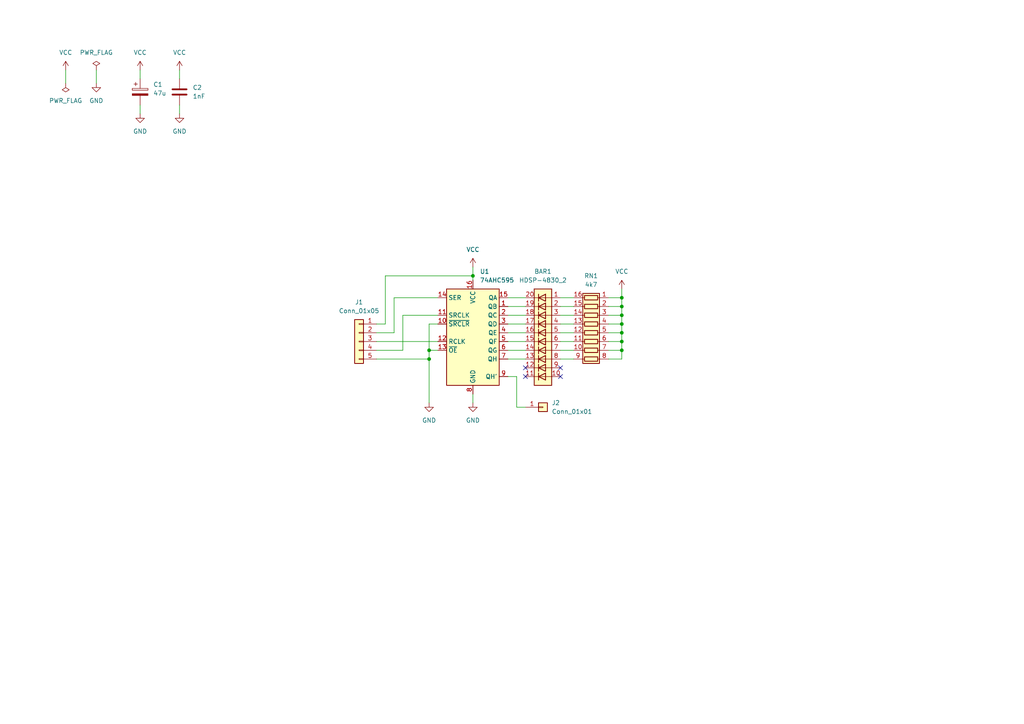
<source format=kicad_sch>
(kicad_sch (version 20211123) (generator eeschema)

  (uuid e63e39d7-6ac0-4ffd-8aa3-1841a4541b55)

  (paper "A4")

  (lib_symbols
    (symbol "74xx:74AHC595" (in_bom yes) (on_board yes)
      (property "Reference" "U" (id 0) (at -7.62 13.97 0)
        (effects (font (size 1.27 1.27)))
      )
      (property "Value" "74AHC595" (id 1) (at -7.62 -16.51 0)
        (effects (font (size 1.27 1.27)))
      )
      (property "Footprint" "" (id 2) (at 0 0 0)
        (effects (font (size 1.27 1.27)) hide)
      )
      (property "Datasheet" "https://assets.nexperia.com/documents/data-sheet/74AHC_AHCT595.pdf" (id 3) (at 0 0 0)
        (effects (font (size 1.27 1.27)) hide)
      )
      (property "ki_keywords" "AHCMOS SR 3State" (id 4) (at 0 0 0)
        (effects (font (size 1.27 1.27)) hide)
      )
      (property "ki_description" "8-bit serial in/out Shift Register 3-State Outputs" (id 5) (at 0 0 0)
        (effects (font (size 1.27 1.27)) hide)
      )
      (property "ki_fp_filters" "DIP*W7.62mm* SOIC*3.9x9.9mm*P1.27mm* TSSOP*4.4x5mm*P0.65mm* SOIC*5.3x10.2mm*P1.27mm* SOIC*7.5x10.3mm*P1.27mm*" (id 6) (at 0 0 0)
        (effects (font (size 1.27 1.27)) hide)
      )
      (symbol "74AHC595_1_0"
        (pin tri_state line (at 10.16 7.62 180) (length 2.54)
          (name "QB" (effects (font (size 1.27 1.27))))
          (number "1" (effects (font (size 1.27 1.27))))
        )
        (pin input line (at -10.16 2.54 0) (length 2.54)
          (name "~{SRCLR}" (effects (font (size 1.27 1.27))))
          (number "10" (effects (font (size 1.27 1.27))))
        )
        (pin input line (at -10.16 5.08 0) (length 2.54)
          (name "SRCLK" (effects (font (size 1.27 1.27))))
          (number "11" (effects (font (size 1.27 1.27))))
        )
        (pin input line (at -10.16 -2.54 0) (length 2.54)
          (name "RCLK" (effects (font (size 1.27 1.27))))
          (number "12" (effects (font (size 1.27 1.27))))
        )
        (pin input line (at -10.16 -5.08 0) (length 2.54)
          (name "~{OE}" (effects (font (size 1.27 1.27))))
          (number "13" (effects (font (size 1.27 1.27))))
        )
        (pin input line (at -10.16 10.16 0) (length 2.54)
          (name "SER" (effects (font (size 1.27 1.27))))
          (number "14" (effects (font (size 1.27 1.27))))
        )
        (pin tri_state line (at 10.16 10.16 180) (length 2.54)
          (name "QA" (effects (font (size 1.27 1.27))))
          (number "15" (effects (font (size 1.27 1.27))))
        )
        (pin power_in line (at 0 15.24 270) (length 2.54)
          (name "VCC" (effects (font (size 1.27 1.27))))
          (number "16" (effects (font (size 1.27 1.27))))
        )
        (pin tri_state line (at 10.16 5.08 180) (length 2.54)
          (name "QC" (effects (font (size 1.27 1.27))))
          (number "2" (effects (font (size 1.27 1.27))))
        )
        (pin tri_state line (at 10.16 2.54 180) (length 2.54)
          (name "QD" (effects (font (size 1.27 1.27))))
          (number "3" (effects (font (size 1.27 1.27))))
        )
        (pin tri_state line (at 10.16 0 180) (length 2.54)
          (name "QE" (effects (font (size 1.27 1.27))))
          (number "4" (effects (font (size 1.27 1.27))))
        )
        (pin tri_state line (at 10.16 -2.54 180) (length 2.54)
          (name "QF" (effects (font (size 1.27 1.27))))
          (number "5" (effects (font (size 1.27 1.27))))
        )
        (pin tri_state line (at 10.16 -5.08 180) (length 2.54)
          (name "QG" (effects (font (size 1.27 1.27))))
          (number "6" (effects (font (size 1.27 1.27))))
        )
        (pin tri_state line (at 10.16 -7.62 180) (length 2.54)
          (name "QH" (effects (font (size 1.27 1.27))))
          (number "7" (effects (font (size 1.27 1.27))))
        )
        (pin power_in line (at 0 -17.78 90) (length 2.54)
          (name "GND" (effects (font (size 1.27 1.27))))
          (number "8" (effects (font (size 1.27 1.27))))
        )
        (pin output line (at 10.16 -12.7 180) (length 2.54)
          (name "QH'" (effects (font (size 1.27 1.27))))
          (number "9" (effects (font (size 1.27 1.27))))
        )
      )
      (symbol "74AHC595_1_1"
        (rectangle (start -7.62 12.7) (end 7.62 -15.24)
          (stroke (width 0.254) (type default) (color 0 0 0 0))
          (fill (type background))
        )
      )
    )
    (symbol "Connector_Generic:Conn_01x01" (pin_names (offset 1.016) hide) (in_bom yes) (on_board yes)
      (property "Reference" "J" (id 0) (at 0 2.54 0)
        (effects (font (size 1.27 1.27)))
      )
      (property "Value" "Conn_01x01" (id 1) (at 0 -2.54 0)
        (effects (font (size 1.27 1.27)))
      )
      (property "Footprint" "" (id 2) (at 0 0 0)
        (effects (font (size 1.27 1.27)) hide)
      )
      (property "Datasheet" "~" (id 3) (at 0 0 0)
        (effects (font (size 1.27 1.27)) hide)
      )
      (property "ki_keywords" "connector" (id 4) (at 0 0 0)
        (effects (font (size 1.27 1.27)) hide)
      )
      (property "ki_description" "Generic connector, single row, 01x01, script generated (kicad-library-utils/schlib/autogen/connector/)" (id 5) (at 0 0 0)
        (effects (font (size 1.27 1.27)) hide)
      )
      (property "ki_fp_filters" "Connector*:*_1x??_*" (id 6) (at 0 0 0)
        (effects (font (size 1.27 1.27)) hide)
      )
      (symbol "Conn_01x01_1_1"
        (rectangle (start -1.27 0.127) (end 0 -0.127)
          (stroke (width 0.1524) (type default) (color 0 0 0 0))
          (fill (type none))
        )
        (rectangle (start -1.27 1.27) (end 1.27 -1.27)
          (stroke (width 0.254) (type default) (color 0 0 0 0))
          (fill (type background))
        )
        (pin passive line (at -5.08 0 0) (length 3.81)
          (name "Pin_1" (effects (font (size 1.27 1.27))))
          (number "1" (effects (font (size 1.27 1.27))))
        )
      )
    )
    (symbol "Connector_Generic:Conn_01x05" (pin_names (offset 1.016) hide) (in_bom yes) (on_board yes)
      (property "Reference" "J" (id 0) (at 0 7.62 0)
        (effects (font (size 1.27 1.27)))
      )
      (property "Value" "Conn_01x05" (id 1) (at 0 -7.62 0)
        (effects (font (size 1.27 1.27)))
      )
      (property "Footprint" "" (id 2) (at 0 0 0)
        (effects (font (size 1.27 1.27)) hide)
      )
      (property "Datasheet" "~" (id 3) (at 0 0 0)
        (effects (font (size 1.27 1.27)) hide)
      )
      (property "ki_keywords" "connector" (id 4) (at 0 0 0)
        (effects (font (size 1.27 1.27)) hide)
      )
      (property "ki_description" "Generic connector, single row, 01x05, script generated (kicad-library-utils/schlib/autogen/connector/)" (id 5) (at 0 0 0)
        (effects (font (size 1.27 1.27)) hide)
      )
      (property "ki_fp_filters" "Connector*:*_1x??_*" (id 6) (at 0 0 0)
        (effects (font (size 1.27 1.27)) hide)
      )
      (symbol "Conn_01x05_1_1"
        (rectangle (start -1.27 -4.953) (end 0 -5.207)
          (stroke (width 0.1524) (type default) (color 0 0 0 0))
          (fill (type none))
        )
        (rectangle (start -1.27 -2.413) (end 0 -2.667)
          (stroke (width 0.1524) (type default) (color 0 0 0 0))
          (fill (type none))
        )
        (rectangle (start -1.27 0.127) (end 0 -0.127)
          (stroke (width 0.1524) (type default) (color 0 0 0 0))
          (fill (type none))
        )
        (rectangle (start -1.27 2.667) (end 0 2.413)
          (stroke (width 0.1524) (type default) (color 0 0 0 0))
          (fill (type none))
        )
        (rectangle (start -1.27 5.207) (end 0 4.953)
          (stroke (width 0.1524) (type default) (color 0 0 0 0))
          (fill (type none))
        )
        (rectangle (start -1.27 6.35) (end 1.27 -6.35)
          (stroke (width 0.254) (type default) (color 0 0 0 0))
          (fill (type background))
        )
        (pin passive line (at -5.08 5.08 0) (length 3.81)
          (name "Pin_1" (effects (font (size 1.27 1.27))))
          (number "1" (effects (font (size 1.27 1.27))))
        )
        (pin passive line (at -5.08 2.54 0) (length 3.81)
          (name "Pin_2" (effects (font (size 1.27 1.27))))
          (number "2" (effects (font (size 1.27 1.27))))
        )
        (pin passive line (at -5.08 0 0) (length 3.81)
          (name "Pin_3" (effects (font (size 1.27 1.27))))
          (number "3" (effects (font (size 1.27 1.27))))
        )
        (pin passive line (at -5.08 -2.54 0) (length 3.81)
          (name "Pin_4" (effects (font (size 1.27 1.27))))
          (number "4" (effects (font (size 1.27 1.27))))
        )
        (pin passive line (at -5.08 -5.08 0) (length 3.81)
          (name "Pin_5" (effects (font (size 1.27 1.27))))
          (number "5" (effects (font (size 1.27 1.27))))
        )
      )
    )
    (symbol "Device:C" (pin_numbers hide) (pin_names (offset 0.254)) (in_bom yes) (on_board yes)
      (property "Reference" "C" (id 0) (at 0.635 2.54 0)
        (effects (font (size 1.27 1.27)) (justify left))
      )
      (property "Value" "C" (id 1) (at 0.635 -2.54 0)
        (effects (font (size 1.27 1.27)) (justify left))
      )
      (property "Footprint" "" (id 2) (at 0.9652 -3.81 0)
        (effects (font (size 1.27 1.27)) hide)
      )
      (property "Datasheet" "~" (id 3) (at 0 0 0)
        (effects (font (size 1.27 1.27)) hide)
      )
      (property "ki_keywords" "cap capacitor" (id 4) (at 0 0 0)
        (effects (font (size 1.27 1.27)) hide)
      )
      (property "ki_description" "Unpolarized capacitor" (id 5) (at 0 0 0)
        (effects (font (size 1.27 1.27)) hide)
      )
      (property "ki_fp_filters" "C_*" (id 6) (at 0 0 0)
        (effects (font (size 1.27 1.27)) hide)
      )
      (symbol "C_0_1"
        (polyline
          (pts
            (xy -2.032 -0.762)
            (xy 2.032 -0.762)
          )
          (stroke (width 0.508) (type default) (color 0 0 0 0))
          (fill (type none))
        )
        (polyline
          (pts
            (xy -2.032 0.762)
            (xy 2.032 0.762)
          )
          (stroke (width 0.508) (type default) (color 0 0 0 0))
          (fill (type none))
        )
      )
      (symbol "C_1_1"
        (pin passive line (at 0 3.81 270) (length 2.794)
          (name "~" (effects (font (size 1.27 1.27))))
          (number "1" (effects (font (size 1.27 1.27))))
        )
        (pin passive line (at 0 -3.81 90) (length 2.794)
          (name "~" (effects (font (size 1.27 1.27))))
          (number "2" (effects (font (size 1.27 1.27))))
        )
      )
    )
    (symbol "Device:C_Polarized" (pin_numbers hide) (pin_names (offset 0.254)) (in_bom yes) (on_board yes)
      (property "Reference" "C" (id 0) (at 0.635 2.54 0)
        (effects (font (size 1.27 1.27)) (justify left))
      )
      (property "Value" "C_Polarized" (id 1) (at 0.635 -2.54 0)
        (effects (font (size 1.27 1.27)) (justify left))
      )
      (property "Footprint" "" (id 2) (at 0.9652 -3.81 0)
        (effects (font (size 1.27 1.27)) hide)
      )
      (property "Datasheet" "~" (id 3) (at 0 0 0)
        (effects (font (size 1.27 1.27)) hide)
      )
      (property "ki_keywords" "cap capacitor" (id 4) (at 0 0 0)
        (effects (font (size 1.27 1.27)) hide)
      )
      (property "ki_description" "Polarized capacitor" (id 5) (at 0 0 0)
        (effects (font (size 1.27 1.27)) hide)
      )
      (property "ki_fp_filters" "CP_*" (id 6) (at 0 0 0)
        (effects (font (size 1.27 1.27)) hide)
      )
      (symbol "C_Polarized_0_1"
        (rectangle (start -2.286 0.508) (end 2.286 1.016)
          (stroke (width 0) (type default) (color 0 0 0 0))
          (fill (type none))
        )
        (polyline
          (pts
            (xy -1.778 2.286)
            (xy -0.762 2.286)
          )
          (stroke (width 0) (type default) (color 0 0 0 0))
          (fill (type none))
        )
        (polyline
          (pts
            (xy -1.27 2.794)
            (xy -1.27 1.778)
          )
          (stroke (width 0) (type default) (color 0 0 0 0))
          (fill (type none))
        )
        (rectangle (start 2.286 -0.508) (end -2.286 -1.016)
          (stroke (width 0) (type default) (color 0 0 0 0))
          (fill (type outline))
        )
      )
      (symbol "C_Polarized_1_1"
        (pin passive line (at 0 3.81 270) (length 2.794)
          (name "~" (effects (font (size 1.27 1.27))))
          (number "1" (effects (font (size 1.27 1.27))))
        )
        (pin passive line (at 0 -3.81 90) (length 2.794)
          (name "~" (effects (font (size 1.27 1.27))))
          (number "2" (effects (font (size 1.27 1.27))))
        )
      )
    )
    (symbol "Device:R_Pack08" (pin_names (offset 0) hide) (in_bom yes) (on_board yes)
      (property "Reference" "RN" (id 0) (at -12.7 0 90)
        (effects (font (size 1.27 1.27)))
      )
      (property "Value" "R_Pack08" (id 1) (at 10.16 0 90)
        (effects (font (size 1.27 1.27)))
      )
      (property "Footprint" "" (id 2) (at 12.065 0 90)
        (effects (font (size 1.27 1.27)) hide)
      )
      (property "Datasheet" "~" (id 3) (at 0 0 0)
        (effects (font (size 1.27 1.27)) hide)
      )
      (property "ki_keywords" "R network parallel topology isolated" (id 4) (at 0 0 0)
        (effects (font (size 1.27 1.27)) hide)
      )
      (property "ki_description" "8 resistor network, parallel topology" (id 5) (at 0 0 0)
        (effects (font (size 1.27 1.27)) hide)
      )
      (property "ki_fp_filters" "DIP* SOIC* R*Array*Concave* R*Array*Convex*" (id 6) (at 0 0 0)
        (effects (font (size 1.27 1.27)) hide)
      )
      (symbol "R_Pack08_0_1"
        (rectangle (start -11.43 -2.413) (end 8.89 2.413)
          (stroke (width 0.254) (type default) (color 0 0 0 0))
          (fill (type background))
        )
        (rectangle (start -10.795 1.905) (end -9.525 -1.905)
          (stroke (width 0.254) (type default) (color 0 0 0 0))
          (fill (type none))
        )
        (rectangle (start -8.255 1.905) (end -6.985 -1.905)
          (stroke (width 0.254) (type default) (color 0 0 0 0))
          (fill (type none))
        )
        (rectangle (start -5.715 1.905) (end -4.445 -1.905)
          (stroke (width 0.254) (type default) (color 0 0 0 0))
          (fill (type none))
        )
        (rectangle (start -3.175 1.905) (end -1.905 -1.905)
          (stroke (width 0.254) (type default) (color 0 0 0 0))
          (fill (type none))
        )
        (rectangle (start -0.635 1.905) (end 0.635 -1.905)
          (stroke (width 0.254) (type default) (color 0 0 0 0))
          (fill (type none))
        )
        (polyline
          (pts
            (xy -10.16 -2.54)
            (xy -10.16 -1.905)
          )
          (stroke (width 0) (type default) (color 0 0 0 0))
          (fill (type none))
        )
        (polyline
          (pts
            (xy -10.16 1.905)
            (xy -10.16 2.54)
          )
          (stroke (width 0) (type default) (color 0 0 0 0))
          (fill (type none))
        )
        (polyline
          (pts
            (xy -7.62 -2.54)
            (xy -7.62 -1.905)
          )
          (stroke (width 0) (type default) (color 0 0 0 0))
          (fill (type none))
        )
        (polyline
          (pts
            (xy -7.62 1.905)
            (xy -7.62 2.54)
          )
          (stroke (width 0) (type default) (color 0 0 0 0))
          (fill (type none))
        )
        (polyline
          (pts
            (xy -5.08 -2.54)
            (xy -5.08 -1.905)
          )
          (stroke (width 0) (type default) (color 0 0 0 0))
          (fill (type none))
        )
        (polyline
          (pts
            (xy -5.08 1.905)
            (xy -5.08 2.54)
          )
          (stroke (width 0) (type default) (color 0 0 0 0))
          (fill (type none))
        )
        (polyline
          (pts
            (xy -2.54 -2.54)
            (xy -2.54 -1.905)
          )
          (stroke (width 0) (type default) (color 0 0 0 0))
          (fill (type none))
        )
        (polyline
          (pts
            (xy -2.54 1.905)
            (xy -2.54 2.54)
          )
          (stroke (width 0) (type default) (color 0 0 0 0))
          (fill (type none))
        )
        (polyline
          (pts
            (xy 0 -2.54)
            (xy 0 -1.905)
          )
          (stroke (width 0) (type default) (color 0 0 0 0))
          (fill (type none))
        )
        (polyline
          (pts
            (xy 0 1.905)
            (xy 0 2.54)
          )
          (stroke (width 0) (type default) (color 0 0 0 0))
          (fill (type none))
        )
        (polyline
          (pts
            (xy 2.54 -2.54)
            (xy 2.54 -1.905)
          )
          (stroke (width 0) (type default) (color 0 0 0 0))
          (fill (type none))
        )
        (polyline
          (pts
            (xy 2.54 1.905)
            (xy 2.54 2.54)
          )
          (stroke (width 0) (type default) (color 0 0 0 0))
          (fill (type none))
        )
        (polyline
          (pts
            (xy 5.08 -2.54)
            (xy 5.08 -1.905)
          )
          (stroke (width 0) (type default) (color 0 0 0 0))
          (fill (type none))
        )
        (polyline
          (pts
            (xy 5.08 1.905)
            (xy 5.08 2.54)
          )
          (stroke (width 0) (type default) (color 0 0 0 0))
          (fill (type none))
        )
        (polyline
          (pts
            (xy 7.62 -2.54)
            (xy 7.62 -1.905)
          )
          (stroke (width 0) (type default) (color 0 0 0 0))
          (fill (type none))
        )
        (polyline
          (pts
            (xy 7.62 1.905)
            (xy 7.62 2.54)
          )
          (stroke (width 0) (type default) (color 0 0 0 0))
          (fill (type none))
        )
        (rectangle (start 1.905 1.905) (end 3.175 -1.905)
          (stroke (width 0.254) (type default) (color 0 0 0 0))
          (fill (type none))
        )
        (rectangle (start 4.445 1.905) (end 5.715 -1.905)
          (stroke (width 0.254) (type default) (color 0 0 0 0))
          (fill (type none))
        )
        (rectangle (start 6.985 1.905) (end 8.255 -1.905)
          (stroke (width 0.254) (type default) (color 0 0 0 0))
          (fill (type none))
        )
      )
      (symbol "R_Pack08_1_1"
        (pin passive line (at -10.16 -5.08 90) (length 2.54)
          (name "R1.1" (effects (font (size 1.27 1.27))))
          (number "1" (effects (font (size 1.27 1.27))))
        )
        (pin passive line (at 5.08 5.08 270) (length 2.54)
          (name "R7.2" (effects (font (size 1.27 1.27))))
          (number "10" (effects (font (size 1.27 1.27))))
        )
        (pin passive line (at 2.54 5.08 270) (length 2.54)
          (name "R6.2" (effects (font (size 1.27 1.27))))
          (number "11" (effects (font (size 1.27 1.27))))
        )
        (pin passive line (at 0 5.08 270) (length 2.54)
          (name "R5.2" (effects (font (size 1.27 1.27))))
          (number "12" (effects (font (size 1.27 1.27))))
        )
        (pin passive line (at -2.54 5.08 270) (length 2.54)
          (name "R4.2" (effects (font (size 1.27 1.27))))
          (number "13" (effects (font (size 1.27 1.27))))
        )
        (pin passive line (at -5.08 5.08 270) (length 2.54)
          (name "R3.2" (effects (font (size 1.27 1.27))))
          (number "14" (effects (font (size 1.27 1.27))))
        )
        (pin passive line (at -7.62 5.08 270) (length 2.54)
          (name "R2.2" (effects (font (size 1.27 1.27))))
          (number "15" (effects (font (size 1.27 1.27))))
        )
        (pin passive line (at -10.16 5.08 270) (length 2.54)
          (name "R1.2" (effects (font (size 1.27 1.27))))
          (number "16" (effects (font (size 1.27 1.27))))
        )
        (pin passive line (at -7.62 -5.08 90) (length 2.54)
          (name "R2.1" (effects (font (size 1.27 1.27))))
          (number "2" (effects (font (size 1.27 1.27))))
        )
        (pin passive line (at -5.08 -5.08 90) (length 2.54)
          (name "R3.1" (effects (font (size 1.27 1.27))))
          (number "3" (effects (font (size 1.27 1.27))))
        )
        (pin passive line (at -2.54 -5.08 90) (length 2.54)
          (name "R4.1" (effects (font (size 1.27 1.27))))
          (number "4" (effects (font (size 1.27 1.27))))
        )
        (pin passive line (at 0 -5.08 90) (length 2.54)
          (name "R5.1" (effects (font (size 1.27 1.27))))
          (number "5" (effects (font (size 1.27 1.27))))
        )
        (pin passive line (at 2.54 -5.08 90) (length 2.54)
          (name "R6.1" (effects (font (size 1.27 1.27))))
          (number "6" (effects (font (size 1.27 1.27))))
        )
        (pin passive line (at 5.08 -5.08 90) (length 2.54)
          (name "R7.1" (effects (font (size 1.27 1.27))))
          (number "7" (effects (font (size 1.27 1.27))))
        )
        (pin passive line (at 7.62 -5.08 90) (length 2.54)
          (name "R8.1" (effects (font (size 1.27 1.27))))
          (number "8" (effects (font (size 1.27 1.27))))
        )
        (pin passive line (at 7.62 5.08 270) (length 2.54)
          (name "R8.2" (effects (font (size 1.27 1.27))))
          (number "9" (effects (font (size 1.27 1.27))))
        )
      )
    )
    (symbol "LED:HDSP-4830_2" (pin_names (offset 1.016) hide) (in_bom yes) (on_board yes)
      (property "Reference" "BAR" (id 0) (at 0 15.24 0)
        (effects (font (size 1.27 1.27)))
      )
      (property "Value" "HDSP-4830_2" (id 1) (at 0 -17.78 0)
        (effects (font (size 1.27 1.27)))
      )
      (property "Footprint" "Display:HDSP-4830" (id 2) (at 0 -20.32 0)
        (effects (font (size 1.27 1.27)) hide)
      )
      (property "Datasheet" "https://docs.broadcom.com/docs/AV02-1798EN" (id 3) (at -50.8 5.08 0)
        (effects (font (size 1.27 1.27)) hide)
      )
      (property "ki_keywords" "display LED array" (id 4) (at 0 0 0)
        (effects (font (size 1.27 1.27)) hide)
      )
      (property "ki_description" "BAR GRAPH 10 segment block, high efficiency red" (id 5) (at 0 0 0)
        (effects (font (size 1.27 1.27)) hide)
      )
      (property "ki_fp_filters" "HDSP?48*" (id 6) (at 0 0 0)
        (effects (font (size 1.27 1.27)) hide)
      )
      (symbol "HDSP-4830_2_0_1"
        (rectangle (start -2.54 12.7) (end 2.54 -15.24)
          (stroke (width 0.254) (type default) (color 0 0 0 0))
          (fill (type background))
        )
        (polyline
          (pts
            (xy -2.54 -12.7)
            (xy 2.54 -12.7)
          )
          (stroke (width 0) (type default) (color 0 0 0 0))
          (fill (type none))
        )
        (polyline
          (pts
            (xy -2.54 -10.16)
            (xy 2.54 -10.16)
          )
          (stroke (width 0) (type default) (color 0 0 0 0))
          (fill (type none))
        )
        (polyline
          (pts
            (xy -2.54 -7.62)
            (xy 2.54 -7.62)
          )
          (stroke (width 0) (type default) (color 0 0 0 0))
          (fill (type none))
        )
        (polyline
          (pts
            (xy -2.54 -5.08)
            (xy 2.54 -5.08)
          )
          (stroke (width 0) (type default) (color 0 0 0 0))
          (fill (type none))
        )
        (polyline
          (pts
            (xy -2.54 0)
            (xy 2.54 0)
          )
          (stroke (width 0) (type default) (color 0 0 0 0))
          (fill (type none))
        )
        (polyline
          (pts
            (xy -2.54 5.08)
            (xy 2.54 5.08)
          )
          (stroke (width 0) (type default) (color 0 0 0 0))
          (fill (type none))
        )
        (polyline
          (pts
            (xy -2.54 7.62)
            (xy 2.54 7.62)
          )
          (stroke (width 0) (type default) (color 0 0 0 0))
          (fill (type none))
        )
        (polyline
          (pts
            (xy -2.54 10.16)
            (xy 2.54 10.16)
          )
          (stroke (width 0) (type default) (color 0 0 0 0))
          (fill (type none))
        )
        (polyline
          (pts
            (xy 1.27 -11.684)
            (xy 1.27 -13.716)
          )
          (stroke (width 0.254) (type default) (color 0 0 0 0))
          (fill (type none))
        )
        (polyline
          (pts
            (xy 1.27 -9.144)
            (xy 1.27 -11.176)
          )
          (stroke (width 0.254) (type default) (color 0 0 0 0))
          (fill (type none))
        )
        (polyline
          (pts
            (xy 1.27 -6.604)
            (xy 1.27 -8.636)
          )
          (stroke (width 0.254) (type default) (color 0 0 0 0))
          (fill (type none))
        )
        (polyline
          (pts
            (xy 1.27 -4.064)
            (xy 1.27 -6.096)
          )
          (stroke (width 0.254) (type default) (color 0 0 0 0))
          (fill (type none))
        )
        (polyline
          (pts
            (xy 1.27 -1.524)
            (xy 1.27 -3.556)
          )
          (stroke (width 0.254) (type default) (color 0 0 0 0))
          (fill (type none))
        )
        (polyline
          (pts
            (xy 1.27 1.016)
            (xy 1.27 -1.016)
          )
          (stroke (width 0.254) (type default) (color 0 0 0 0))
          (fill (type none))
        )
        (polyline
          (pts
            (xy 1.27 3.556)
            (xy 1.27 1.524)
          )
          (stroke (width 0.254) (type default) (color 0 0 0 0))
          (fill (type none))
        )
        (polyline
          (pts
            (xy 1.27 6.096)
            (xy 1.27 4.064)
          )
          (stroke (width 0.254) (type default) (color 0 0 0 0))
          (fill (type none))
        )
        (polyline
          (pts
            (xy 1.27 8.636)
            (xy 1.27 6.604)
          )
          (stroke (width 0.254) (type default) (color 0 0 0 0))
          (fill (type none))
        )
        (polyline
          (pts
            (xy 1.27 11.176)
            (xy 1.27 9.144)
          )
          (stroke (width 0.254) (type default) (color 0 0 0 0))
          (fill (type none))
        )
        (polyline
          (pts
            (xy 2.54 -2.54)
            (xy -2.54 -2.54)
          )
          (stroke (width 0) (type default) (color 0 0 0 0))
          (fill (type none))
        )
        (polyline
          (pts
            (xy 2.54 2.54)
            (xy -2.54 2.54)
          )
          (stroke (width 0) (type default) (color 0 0 0 0))
          (fill (type none))
        )
        (polyline
          (pts
            (xy -0.762 -11.684)
            (xy -0.762 -13.716)
            (xy 1.27 -12.7)
            (xy -0.762 -11.684)
          )
          (stroke (width 0.254) (type default) (color 0 0 0 0))
          (fill (type none))
        )
        (polyline
          (pts
            (xy -0.762 -9.144)
            (xy -0.762 -11.176)
            (xy 1.27 -10.16)
            (xy -0.762 -9.144)
          )
          (stroke (width 0.254) (type default) (color 0 0 0 0))
          (fill (type none))
        )
        (polyline
          (pts
            (xy -0.762 -6.604)
            (xy -0.762 -8.636)
            (xy 1.27 -7.62)
            (xy -0.762 -6.604)
          )
          (stroke (width 0.254) (type default) (color 0 0 0 0))
          (fill (type none))
        )
        (polyline
          (pts
            (xy -0.762 -4.064)
            (xy -0.762 -6.096)
            (xy 1.27 -5.08)
            (xy -0.762 -4.064)
          )
          (stroke (width 0.254) (type default) (color 0 0 0 0))
          (fill (type none))
        )
        (polyline
          (pts
            (xy -0.762 -1.524)
            (xy -0.762 -3.556)
            (xy 1.27 -2.54)
            (xy -0.762 -1.524)
          )
          (stroke (width 0.254) (type default) (color 0 0 0 0))
          (fill (type none))
        )
        (polyline
          (pts
            (xy -0.762 1.016)
            (xy -0.762 -1.016)
            (xy 1.27 0)
            (xy -0.762 1.016)
          )
          (stroke (width 0.254) (type default) (color 0 0 0 0))
          (fill (type none))
        )
        (polyline
          (pts
            (xy -0.762 3.556)
            (xy -0.762 1.524)
            (xy 1.27 2.54)
            (xy -0.762 3.556)
          )
          (stroke (width 0.254) (type default) (color 0 0 0 0))
          (fill (type none))
        )
        (polyline
          (pts
            (xy -0.762 6.096)
            (xy -0.762 4.064)
            (xy 1.27 5.08)
            (xy -0.762 6.096)
          )
          (stroke (width 0.254) (type default) (color 0 0 0 0))
          (fill (type none))
        )
        (polyline
          (pts
            (xy -0.762 8.636)
            (xy -0.762 6.604)
            (xy 1.27 7.62)
            (xy -0.762 8.636)
          )
          (stroke (width 0.254) (type default) (color 0 0 0 0))
          (fill (type none))
        )
        (polyline
          (pts
            (xy -0.762 11.176)
            (xy -0.762 9.144)
            (xy 1.27 10.16)
            (xy -0.762 11.176)
          )
          (stroke (width 0.254) (type default) (color 0 0 0 0))
          (fill (type none))
        )
      )
      (symbol "HDSP-4830_2_1_1"
        (pin passive line (at -5.08 10.16 0) (length 2.54)
          (name "A" (effects (font (size 1.27 1.27))))
          (number "1" (effects (font (size 1.27 1.27))))
        )
        (pin passive line (at -5.08 -12.7 0) (length 2.54)
          (name "A" (effects (font (size 1.27 1.27))))
          (number "10" (effects (font (size 1.27 1.27))))
        )
        (pin passive line (at 5.08 -12.7 180) (length 2.54)
          (name "K" (effects (font (size 1.27 1.27))))
          (number "11" (effects (font (size 1.27 1.27))))
        )
        (pin passive line (at 5.08 -10.16 180) (length 2.54)
          (name "K" (effects (font (size 1.27 1.27))))
          (number "12" (effects (font (size 1.27 1.27))))
        )
        (pin passive line (at 5.08 -7.62 180) (length 2.54)
          (name "K" (effects (font (size 1.27 1.27))))
          (number "13" (effects (font (size 1.27 1.27))))
        )
        (pin passive line (at 5.08 -5.08 180) (length 2.54)
          (name "K" (effects (font (size 1.27 1.27))))
          (number "14" (effects (font (size 1.27 1.27))))
        )
        (pin passive line (at 5.08 -2.54 180) (length 2.54)
          (name "K" (effects (font (size 1.27 1.27))))
          (number "15" (effects (font (size 1.27 1.27))))
        )
        (pin passive line (at 5.08 0 180) (length 2.54)
          (name "K" (effects (font (size 1.27 1.27))))
          (number "16" (effects (font (size 1.27 1.27))))
        )
        (pin passive line (at 5.08 2.54 180) (length 2.54)
          (name "K" (effects (font (size 1.27 1.27))))
          (number "17" (effects (font (size 1.27 1.27))))
        )
        (pin passive line (at 5.08 5.08 180) (length 2.54)
          (name "K" (effects (font (size 1.27 1.27))))
          (number "18" (effects (font (size 1.27 1.27))))
        )
        (pin passive line (at 5.08 7.62 180) (length 2.54)
          (name "K" (effects (font (size 1.27 1.27))))
          (number "19" (effects (font (size 1.27 1.27))))
        )
        (pin passive line (at -5.08 7.62 0) (length 2.54)
          (name "A" (effects (font (size 1.27 1.27))))
          (number "2" (effects (font (size 1.27 1.27))))
        )
        (pin passive line (at 5.08 10.16 180) (length 2.54)
          (name "K" (effects (font (size 1.27 1.27))))
          (number "20" (effects (font (size 1.27 1.27))))
        )
        (pin passive line (at -5.08 5.08 0) (length 2.54)
          (name "A" (effects (font (size 1.27 1.27))))
          (number "3" (effects (font (size 1.27 1.27))))
        )
        (pin passive line (at -5.08 2.54 0) (length 2.54)
          (name "A" (effects (font (size 1.27 1.27))))
          (number "4" (effects (font (size 1.27 1.27))))
        )
        (pin passive line (at -5.08 0 0) (length 2.54)
          (name "A" (effects (font (size 1.27 1.27))))
          (number "5" (effects (font (size 1.27 1.27))))
        )
        (pin passive line (at -5.08 -2.54 0) (length 2.54)
          (name "A" (effects (font (size 1.27 1.27))))
          (number "6" (effects (font (size 1.27 1.27))))
        )
        (pin passive line (at -5.08 -5.08 0) (length 2.54)
          (name "A" (effects (font (size 1.27 1.27))))
          (number "7" (effects (font (size 1.27 1.27))))
        )
        (pin passive line (at -5.08 -7.62 0) (length 2.54)
          (name "A" (effects (font (size 1.27 1.27))))
          (number "8" (effects (font (size 1.27 1.27))))
        )
        (pin passive line (at -5.08 -10.16 0) (length 2.54)
          (name "A" (effects (font (size 1.27 1.27))))
          (number "9" (effects (font (size 1.27 1.27))))
        )
      )
    )
    (symbol "power:GND" (power) (pin_names (offset 0)) (in_bom yes) (on_board yes)
      (property "Reference" "#PWR" (id 0) (at 0 -6.35 0)
        (effects (font (size 1.27 1.27)) hide)
      )
      (property "Value" "GND" (id 1) (at 0 -3.81 0)
        (effects (font (size 1.27 1.27)))
      )
      (property "Footprint" "" (id 2) (at 0 0 0)
        (effects (font (size 1.27 1.27)) hide)
      )
      (property "Datasheet" "" (id 3) (at 0 0 0)
        (effects (font (size 1.27 1.27)) hide)
      )
      (property "ki_keywords" "power-flag" (id 4) (at 0 0 0)
        (effects (font (size 1.27 1.27)) hide)
      )
      (property "ki_description" "Power symbol creates a global label with name \"GND\" , ground" (id 5) (at 0 0 0)
        (effects (font (size 1.27 1.27)) hide)
      )
      (symbol "GND_0_1"
        (polyline
          (pts
            (xy 0 0)
            (xy 0 -1.27)
            (xy 1.27 -1.27)
            (xy 0 -2.54)
            (xy -1.27 -1.27)
            (xy 0 -1.27)
          )
          (stroke (width 0) (type default) (color 0 0 0 0))
          (fill (type none))
        )
      )
      (symbol "GND_1_1"
        (pin power_in line (at 0 0 270) (length 0) hide
          (name "GND" (effects (font (size 1.27 1.27))))
          (number "1" (effects (font (size 1.27 1.27))))
        )
      )
    )
    (symbol "power:PWR_FLAG" (power) (pin_numbers hide) (pin_names (offset 0) hide) (in_bom yes) (on_board yes)
      (property "Reference" "#FLG" (id 0) (at 0 1.905 0)
        (effects (font (size 1.27 1.27)) hide)
      )
      (property "Value" "PWR_FLAG" (id 1) (at 0 3.81 0)
        (effects (font (size 1.27 1.27)))
      )
      (property "Footprint" "" (id 2) (at 0 0 0)
        (effects (font (size 1.27 1.27)) hide)
      )
      (property "Datasheet" "~" (id 3) (at 0 0 0)
        (effects (font (size 1.27 1.27)) hide)
      )
      (property "ki_keywords" "power-flag" (id 4) (at 0 0 0)
        (effects (font (size 1.27 1.27)) hide)
      )
      (property "ki_description" "Special symbol for telling ERC where power comes from" (id 5) (at 0 0 0)
        (effects (font (size 1.27 1.27)) hide)
      )
      (symbol "PWR_FLAG_0_0"
        (pin power_out line (at 0 0 90) (length 0)
          (name "pwr" (effects (font (size 1.27 1.27))))
          (number "1" (effects (font (size 1.27 1.27))))
        )
      )
      (symbol "PWR_FLAG_0_1"
        (polyline
          (pts
            (xy 0 0)
            (xy 0 1.27)
            (xy -1.016 1.905)
            (xy 0 2.54)
            (xy 1.016 1.905)
            (xy 0 1.27)
          )
          (stroke (width 0) (type default) (color 0 0 0 0))
          (fill (type none))
        )
      )
    )
    (symbol "power:VCC" (power) (pin_names (offset 0)) (in_bom yes) (on_board yes)
      (property "Reference" "#PWR" (id 0) (at 0 -3.81 0)
        (effects (font (size 1.27 1.27)) hide)
      )
      (property "Value" "VCC" (id 1) (at 0 3.81 0)
        (effects (font (size 1.27 1.27)))
      )
      (property "Footprint" "" (id 2) (at 0 0 0)
        (effects (font (size 1.27 1.27)) hide)
      )
      (property "Datasheet" "" (id 3) (at 0 0 0)
        (effects (font (size 1.27 1.27)) hide)
      )
      (property "ki_keywords" "power-flag" (id 4) (at 0 0 0)
        (effects (font (size 1.27 1.27)) hide)
      )
      (property "ki_description" "Power symbol creates a global label with name \"VCC\"" (id 5) (at 0 0 0)
        (effects (font (size 1.27 1.27)) hide)
      )
      (symbol "VCC_0_1"
        (polyline
          (pts
            (xy -0.762 1.27)
            (xy 0 2.54)
          )
          (stroke (width 0) (type default) (color 0 0 0 0))
          (fill (type none))
        )
        (polyline
          (pts
            (xy 0 0)
            (xy 0 2.54)
          )
          (stroke (width 0) (type default) (color 0 0 0 0))
          (fill (type none))
        )
        (polyline
          (pts
            (xy 0 2.54)
            (xy 0.762 1.27)
          )
          (stroke (width 0) (type default) (color 0 0 0 0))
          (fill (type none))
        )
      )
      (symbol "VCC_1_1"
        (pin power_in line (at 0 0 90) (length 0) hide
          (name "VCC" (effects (font (size 1.27 1.27))))
          (number "1" (effects (font (size 1.27 1.27))))
        )
      )
    )
  )

  (junction (at 180.34 88.9) (diameter 0) (color 0 0 0 0)
    (uuid 21d77abf-b5ee-48ab-87de-d305bf69aee0)
  )
  (junction (at 180.34 96.52) (diameter 0) (color 0 0 0 0)
    (uuid 42b168a9-06d8-4740-8904-e5ce66c31372)
  )
  (junction (at 180.34 93.98) (diameter 0) (color 0 0 0 0)
    (uuid 6c87c7f1-e447-42d2-9be1-077b9f3475d2)
  )
  (junction (at 124.46 104.14) (diameter 0) (color 0 0 0 0)
    (uuid 6cdf9b96-81dc-4e7e-a833-b9e192e14e5d)
  )
  (junction (at 180.34 91.44) (diameter 0) (color 0 0 0 0)
    (uuid 6fd3a4ae-412d-4bf6-bf04-e400a8792ce7)
  )
  (junction (at 137.16 80.01) (diameter 0) (color 0 0 0 0)
    (uuid 7369ce19-3a7e-44ed-93dc-675b7b8e3487)
  )
  (junction (at 180.34 99.06) (diameter 0) (color 0 0 0 0)
    (uuid 8fb74406-198b-4e05-8502-85715156ee78)
  )
  (junction (at 180.34 101.6) (diameter 0) (color 0 0 0 0)
    (uuid 904449ef-5bf9-4503-895e-dd86325f75f0)
  )
  (junction (at 124.46 101.6) (diameter 0) (color 0 0 0 0)
    (uuid c446ea81-52d3-45cd-987a-588172881194)
  )
  (junction (at 180.34 86.36) (diameter 0) (color 0 0 0 0)
    (uuid cbec1203-8cc5-498a-94d6-f97d64229d4c)
  )

  (no_connect (at 152.4 109.22) (uuid b82dfb44-04aa-408f-a981-917f21695d72))
  (no_connect (at 152.4 106.68) (uuid b82dfb44-04aa-408f-a981-917f21695d73))
  (no_connect (at 162.56 106.68) (uuid b82dfb44-04aa-408f-a981-917f21695d74))
  (no_connect (at 162.56 109.22) (uuid b82dfb44-04aa-408f-a981-917f21695d75))

  (wire (pts (xy 116.84 91.44) (xy 116.84 101.6))
    (stroke (width 0) (type default) (color 0 0 0 0))
    (uuid 01546f69-1ead-4a57-9294-4958de677c63)
  )
  (wire (pts (xy 124.46 93.98) (xy 124.46 101.6))
    (stroke (width 0) (type default) (color 0 0 0 0))
    (uuid 0d1188a8-1a39-44f4-810b-09d948ff844d)
  )
  (wire (pts (xy 52.07 30.48) (xy 52.07 33.02))
    (stroke (width 0) (type default) (color 0 0 0 0))
    (uuid 0d16b95c-f4a2-4c27-81a1-a12d569198c1)
  )
  (wire (pts (xy 180.34 91.44) (xy 180.34 88.9))
    (stroke (width 0) (type default) (color 0 0 0 0))
    (uuid 0d7b7781-1e19-4ed1-8a52-e9eaae4de78f)
  )
  (wire (pts (xy 176.53 93.98) (xy 180.34 93.98))
    (stroke (width 0) (type default) (color 0 0 0 0))
    (uuid 0eea07f1-fa53-4b3d-bf27-3d40beaffd9f)
  )
  (wire (pts (xy 166.37 101.6) (xy 162.56 101.6))
    (stroke (width 0) (type default) (color 0 0 0 0))
    (uuid 12fa97ca-9c7c-4df1-bac7-aa03d210c139)
  )
  (wire (pts (xy 124.46 104.14) (xy 124.46 116.84))
    (stroke (width 0) (type default) (color 0 0 0 0))
    (uuid 19192077-3f7e-4cb3-a04d-497cc9f87e2b)
  )
  (wire (pts (xy 147.32 109.22) (xy 149.86 109.22))
    (stroke (width 0) (type default) (color 0 0 0 0))
    (uuid 214c134f-932d-40f4-8c51-b813a806d5ed)
  )
  (wire (pts (xy 149.86 118.11) (xy 152.4 118.11))
    (stroke (width 0) (type default) (color 0 0 0 0))
    (uuid 253ff947-abad-49f6-bbf1-98935950c99a)
  )
  (wire (pts (xy 147.32 86.36) (xy 152.4 86.36))
    (stroke (width 0) (type default) (color 0 0 0 0))
    (uuid 258d5a55-de16-4c31-9102-8eb4678be1b7)
  )
  (wire (pts (xy 166.37 96.52) (xy 162.56 96.52))
    (stroke (width 0) (type default) (color 0 0 0 0))
    (uuid 3322cc30-99ab-487b-8624-ff818620f9b5)
  )
  (wire (pts (xy 114.3 96.52) (xy 114.3 86.36))
    (stroke (width 0) (type default) (color 0 0 0 0))
    (uuid 37911443-8597-4619-b1ba-a7c6bbf25ba0)
  )
  (wire (pts (xy 180.34 93.98) (xy 180.34 91.44))
    (stroke (width 0) (type default) (color 0 0 0 0))
    (uuid 3fa9419b-18a0-45ed-8a45-ccd79439258e)
  )
  (wire (pts (xy 147.32 101.6) (xy 152.4 101.6))
    (stroke (width 0) (type default) (color 0 0 0 0))
    (uuid 4305f541-0caa-471e-8141-5aa18fc33633)
  )
  (wire (pts (xy 176.53 86.36) (xy 180.34 86.36))
    (stroke (width 0) (type default) (color 0 0 0 0))
    (uuid 45ce60de-e655-40e9-bc37-334e62945873)
  )
  (wire (pts (xy 180.34 101.6) (xy 180.34 99.06))
    (stroke (width 0) (type default) (color 0 0 0 0))
    (uuid 4ab4bcf0-1caa-4a13-9356-73d9049f792d)
  )
  (wire (pts (xy 137.16 80.01) (xy 111.76 80.01))
    (stroke (width 0) (type default) (color 0 0 0 0))
    (uuid 4b5a5680-67eb-4575-b993-3a706f286467)
  )
  (wire (pts (xy 137.16 80.01) (xy 137.16 81.28))
    (stroke (width 0) (type default) (color 0 0 0 0))
    (uuid 5223506e-8cb2-47d3-b209-d306fb991cb2)
  )
  (wire (pts (xy 147.32 99.06) (xy 152.4 99.06))
    (stroke (width 0) (type default) (color 0 0 0 0))
    (uuid 571395b6-b036-46e7-a552-979b8d1591d1)
  )
  (wire (pts (xy 166.37 88.9) (xy 162.56 88.9))
    (stroke (width 0) (type default) (color 0 0 0 0))
    (uuid 5753db86-fa61-4b79-8bd9-e28a2e082c47)
  )
  (wire (pts (xy 127 93.98) (xy 124.46 93.98))
    (stroke (width 0) (type default) (color 0 0 0 0))
    (uuid 5a86c681-ae39-4c13-a6a3-c66205192ef1)
  )
  (wire (pts (xy 180.34 96.52) (xy 180.34 93.98))
    (stroke (width 0) (type default) (color 0 0 0 0))
    (uuid 5ad93c25-3675-44ec-bc31-7ee7d5ec5421)
  )
  (wire (pts (xy 176.53 99.06) (xy 180.34 99.06))
    (stroke (width 0) (type default) (color 0 0 0 0))
    (uuid 5ed7ccf5-317b-4d5d-aad9-f6fb2f6d2a72)
  )
  (wire (pts (xy 147.32 104.14) (xy 152.4 104.14))
    (stroke (width 0) (type default) (color 0 0 0 0))
    (uuid 6cc5549e-f934-4efe-aa94-af02e5636fbc)
  )
  (wire (pts (xy 149.86 109.22) (xy 149.86 118.11))
    (stroke (width 0) (type default) (color 0 0 0 0))
    (uuid 707f8c9f-3e60-404e-a4e5-8aff1587c075)
  )
  (wire (pts (xy 180.34 99.06) (xy 180.34 96.52))
    (stroke (width 0) (type default) (color 0 0 0 0))
    (uuid 708652df-cef0-479b-9048-aa004a291c6b)
  )
  (wire (pts (xy 109.22 96.52) (xy 114.3 96.52))
    (stroke (width 0) (type default) (color 0 0 0 0))
    (uuid 70c24966-70c9-4c75-8b95-88e5e2d7c9b8)
  )
  (wire (pts (xy 127 101.6) (xy 124.46 101.6))
    (stroke (width 0) (type default) (color 0 0 0 0))
    (uuid 711f81c0-c6b0-466d-ab54-4524e2dff6d5)
  )
  (wire (pts (xy 40.64 20.32) (xy 40.64 22.86))
    (stroke (width 0) (type default) (color 0 0 0 0))
    (uuid 74345e86-9d9b-47db-a0a4-12603be77b9b)
  )
  (wire (pts (xy 137.16 77.47) (xy 137.16 80.01))
    (stroke (width 0) (type default) (color 0 0 0 0))
    (uuid 7fbd8474-bfca-4c18-b80b-91ca06661cb1)
  )
  (wire (pts (xy 124.46 101.6) (xy 124.46 104.14))
    (stroke (width 0) (type default) (color 0 0 0 0))
    (uuid 85eabc02-7208-4303-be09-8609ef868e11)
  )
  (wire (pts (xy 109.22 99.06) (xy 127 99.06))
    (stroke (width 0) (type default) (color 0 0 0 0))
    (uuid 8b0f9dd0-f677-49b3-a855-13123b278ca2)
  )
  (wire (pts (xy 114.3 86.36) (xy 127 86.36))
    (stroke (width 0) (type default) (color 0 0 0 0))
    (uuid 8cb0505a-d776-4ef9-83b4-c9a32af11e8c)
  )
  (wire (pts (xy 176.53 96.52) (xy 180.34 96.52))
    (stroke (width 0) (type default) (color 0 0 0 0))
    (uuid 8e5d13a3-f820-4665-bf59-a41cae7edb89)
  )
  (wire (pts (xy 176.53 91.44) (xy 180.34 91.44))
    (stroke (width 0) (type default) (color 0 0 0 0))
    (uuid 94a2fd04-9377-45a7-9971-95ba08d636f6)
  )
  (wire (pts (xy 111.76 80.01) (xy 111.76 93.98))
    (stroke (width 0) (type default) (color 0 0 0 0))
    (uuid 94bcfd39-bbff-49e7-8a9e-f938d7aadd02)
  )
  (wire (pts (xy 180.34 104.14) (xy 180.34 101.6))
    (stroke (width 0) (type default) (color 0 0 0 0))
    (uuid a752f62b-1dd3-493c-93b0-386f810f5240)
  )
  (wire (pts (xy 147.32 96.52) (xy 152.4 96.52))
    (stroke (width 0) (type default) (color 0 0 0 0))
    (uuid ab975183-0894-4d77-a739-d3f65dde4ea6)
  )
  (wire (pts (xy 166.37 93.98) (xy 162.56 93.98))
    (stroke (width 0) (type default) (color 0 0 0 0))
    (uuid af7f6240-e2be-4098-8fcf-d43a7e734782)
  )
  (wire (pts (xy 176.53 104.14) (xy 180.34 104.14))
    (stroke (width 0) (type default) (color 0 0 0 0))
    (uuid b9e3390a-3cd6-445d-b323-a40d34eec2cd)
  )
  (wire (pts (xy 111.76 93.98) (xy 109.22 93.98))
    (stroke (width 0) (type default) (color 0 0 0 0))
    (uuid c08cacd2-b494-45a3-a05a-bbadc604a099)
  )
  (wire (pts (xy 147.32 93.98) (xy 152.4 93.98))
    (stroke (width 0) (type default) (color 0 0 0 0))
    (uuid c0d18b18-6cdc-4c98-a0fd-422ff004e04e)
  )
  (wire (pts (xy 166.37 86.36) (xy 162.56 86.36))
    (stroke (width 0) (type default) (color 0 0 0 0))
    (uuid c21887f7-eecb-4f0b-a007-fa497bda2164)
  )
  (wire (pts (xy 166.37 99.06) (xy 162.56 99.06))
    (stroke (width 0) (type default) (color 0 0 0 0))
    (uuid c6356e5b-577c-42c6-9bd3-f00136afbe3c)
  )
  (wire (pts (xy 166.37 91.44) (xy 162.56 91.44))
    (stroke (width 0) (type default) (color 0 0 0 0))
    (uuid c7359b57-8017-4f1e-9b0f-246c53725af8)
  )
  (wire (pts (xy 40.64 30.48) (xy 40.64 33.02))
    (stroke (width 0) (type default) (color 0 0 0 0))
    (uuid c79eee11-d7a1-4157-9ce5-e15e66e1a0ff)
  )
  (wire (pts (xy 52.07 20.32) (xy 52.07 22.86))
    (stroke (width 0) (type default) (color 0 0 0 0))
    (uuid d28c8737-cb47-4298-8027-6592d9b66c8c)
  )
  (wire (pts (xy 27.94 20.32) (xy 27.94 24.13))
    (stroke (width 0) (type default) (color 0 0 0 0))
    (uuid d29baaf5-f3a7-415e-88a0-07f2005b0d2e)
  )
  (wire (pts (xy 19.05 20.32) (xy 19.05 24.13))
    (stroke (width 0) (type default) (color 0 0 0 0))
    (uuid dca14449-15cb-4e80-b2c9-26807b3e9ea5)
  )
  (wire (pts (xy 137.16 114.3) (xy 137.16 116.84))
    (stroke (width 0) (type default) (color 0 0 0 0))
    (uuid def0bf04-14f3-4359-b851-cebc28b580b5)
  )
  (wire (pts (xy 116.84 101.6) (xy 109.22 101.6))
    (stroke (width 0) (type default) (color 0 0 0 0))
    (uuid e1ad622e-45e8-4345-b8e8-f5bdc49894da)
  )
  (wire (pts (xy 180.34 86.36) (xy 180.34 83.82))
    (stroke (width 0) (type default) (color 0 0 0 0))
    (uuid e25cf61c-8918-4aec-b395-92810a62dc95)
  )
  (wire (pts (xy 176.53 88.9) (xy 180.34 88.9))
    (stroke (width 0) (type default) (color 0 0 0 0))
    (uuid e4cfd144-004f-483c-a455-415cf94fb037)
  )
  (wire (pts (xy 147.32 88.9) (xy 152.4 88.9))
    (stroke (width 0) (type default) (color 0 0 0 0))
    (uuid e6a913a6-581d-4a4f-a543-faaa28e072b7)
  )
  (wire (pts (xy 116.84 91.44) (xy 127 91.44))
    (stroke (width 0) (type default) (color 0 0 0 0))
    (uuid e73f0c62-12ba-4c1e-b73f-7c62177ac6b8)
  )
  (wire (pts (xy 147.32 91.44) (xy 152.4 91.44))
    (stroke (width 0) (type default) (color 0 0 0 0))
    (uuid e75be3a2-6e04-4d34-a789-03eaa0ca96ee)
  )
  (wire (pts (xy 176.53 101.6) (xy 180.34 101.6))
    (stroke (width 0) (type default) (color 0 0 0 0))
    (uuid e8827723-667f-4271-8397-18868bc7f6e6)
  )
  (wire (pts (xy 166.37 104.14) (xy 162.56 104.14))
    (stroke (width 0) (type default) (color 0 0 0 0))
    (uuid ee93125d-8e5c-4e8c-9027-7509d52b09d6)
  )
  (wire (pts (xy 180.34 88.9) (xy 180.34 86.36))
    (stroke (width 0) (type default) (color 0 0 0 0))
    (uuid f122ab0c-a934-4fd3-8d31-3f311fa39b4e)
  )
  (wire (pts (xy 109.22 104.14) (xy 124.46 104.14))
    (stroke (width 0) (type default) (color 0 0 0 0))
    (uuid f727643f-6133-4963-8ec5-eea8b8914bb0)
  )

  (symbol (lib_id "power:PWR_FLAG") (at 27.94 20.32 0) (unit 1)
    (in_bom yes) (on_board yes) (fields_autoplaced)
    (uuid 0cd1de3a-b074-42e6-888b-999218213749)
    (property "Reference" "#FLG02" (id 0) (at 27.94 18.415 0)
      (effects (font (size 1.27 1.27)) hide)
    )
    (property "Value" "PWR_FLAG" (id 1) (at 27.94 15.24 0))
    (property "Footprint" "" (id 2) (at 27.94 20.32 0)
      (effects (font (size 1.27 1.27)) hide)
    )
    (property "Datasheet" "~" (id 3) (at 27.94 20.32 0)
      (effects (font (size 1.27 1.27)) hide)
    )
    (pin "1" (uuid a52eeeee-8852-4670-9f4f-083b7e4a7014))
  )

  (symbol (lib_id "Connector_Generic:Conn_01x01") (at 157.48 118.11 0) (unit 1)
    (in_bom yes) (on_board yes) (fields_autoplaced)
    (uuid 284a4df4-fb04-4601-972f-579414b3fe47)
    (property "Reference" "J2" (id 0) (at 160.02 116.8399 0)
      (effects (font (size 1.27 1.27)) (justify left))
    )
    (property "Value" "Conn_01x01" (id 1) (at 160.02 119.3799 0)
      (effects (font (size 1.27 1.27)) (justify left))
    )
    (property "Footprint" "" (id 2) (at 157.48 118.11 0)
      (effects (font (size 1.27 1.27)) hide)
    )
    (property "Datasheet" "~" (id 3) (at 157.48 118.11 0)
      (effects (font (size 1.27 1.27)) hide)
    )
    (pin "1" (uuid c3e47b8b-8c66-47ce-9819-23ee58499cde))
  )

  (symbol (lib_id "power:GND") (at 27.94 24.13 0) (unit 1)
    (in_bom yes) (on_board yes) (fields_autoplaced)
    (uuid 294fe406-59e9-4a53-ab86-fa4e4427fd3e)
    (property "Reference" "#PWR06" (id 0) (at 27.94 30.48 0)
      (effects (font (size 1.27 1.27)) hide)
    )
    (property "Value" "GND" (id 1) (at 27.94 29.21 0))
    (property "Footprint" "" (id 2) (at 27.94 24.13 0)
      (effects (font (size 1.27 1.27)) hide)
    )
    (property "Datasheet" "" (id 3) (at 27.94 24.13 0)
      (effects (font (size 1.27 1.27)) hide)
    )
    (pin "1" (uuid aa461c21-c8e8-4c65-b536-d76c3a6793ce))
  )

  (symbol (lib_id "power:VCC") (at 137.16 77.47 0) (unit 1)
    (in_bom yes) (on_board yes) (fields_autoplaced)
    (uuid 39cbea80-09d0-46cf-b6aa-493fba602231)
    (property "Reference" "#PWR02" (id 0) (at 137.16 81.28 0)
      (effects (font (size 1.27 1.27)) hide)
    )
    (property "Value" "VCC" (id 1) (at 137.16 72.39 0))
    (property "Footprint" "" (id 2) (at 137.16 77.47 0)
      (effects (font (size 1.27 1.27)) hide)
    )
    (property "Datasheet" "" (id 3) (at 137.16 77.47 0)
      (effects (font (size 1.27 1.27)) hide)
    )
    (pin "1" (uuid 09fccc2e-0875-433a-8285-3c6a1d01d236))
  )

  (symbol (lib_id "LED:HDSP-4830_2") (at 157.48 96.52 0) (mirror y) (unit 1)
    (in_bom yes) (on_board yes) (fields_autoplaced)
    (uuid 47f8feda-cdab-4cb7-833a-5d8c6b1e99a5)
    (property "Reference" "BAR1" (id 0) (at 157.48 78.74 0))
    (property "Value" "HDSP-4830_2" (id 1) (at 157.48 81.28 0))
    (property "Footprint" "Display:HDSP-4830" (id 2) (at 157.48 116.84 0)
      (effects (font (size 1.27 1.27)) hide)
    )
    (property "Datasheet" "https://docs.broadcom.com/docs/AV02-1798EN" (id 3) (at 208.28 91.44 0)
      (effects (font (size 1.27 1.27)) hide)
    )
    (pin "1" (uuid 7f1071c0-9149-45d0-a92a-30725c431ec1))
    (pin "10" (uuid 8b353f3b-d551-4621-9d55-57916af604b2))
    (pin "11" (uuid 82ac7f36-0833-480e-b907-9745ca7ca4f9))
    (pin "12" (uuid 7123082d-6905-4d3a-bb4e-8ec6161fa741))
    (pin "13" (uuid fcf9f414-02c4-4fec-a256-798c611f1c57))
    (pin "14" (uuid a00f68bb-ee61-4ac7-8c3a-3ba7c93ca3dc))
    (pin "15" (uuid 14402da7-aa14-4f51-9c77-4cb07e5abca1))
    (pin "16" (uuid 00c55c1c-0cba-4f17-bcf3-9b5b05423d3b))
    (pin "17" (uuid b87cd799-25ce-4945-86bb-105989ba247b))
    (pin "18" (uuid f106e3cf-c9fd-4997-98a8-021ef1e58b19))
    (pin "19" (uuid fada7a6a-6555-4c99-899e-76cb1976c774))
    (pin "2" (uuid a1e770e0-ecd6-4aa7-821c-6c5ac75b460b))
    (pin "20" (uuid 7e5da8d0-bec9-4daa-a9a1-871fdaa0d15e))
    (pin "3" (uuid 3b411859-c475-4152-8f3c-e97504e9815d))
    (pin "4" (uuid 87fb9274-ce0a-43ed-9548-d862df88c4ff))
    (pin "5" (uuid 2520ef0f-2c3f-4f87-8160-b56bbdf830a2))
    (pin "6" (uuid 2d09bdfd-a6c5-427d-8a7f-fcce2026b09a))
    (pin "7" (uuid e631b78c-5ebe-49d3-ac74-86ce32f8377f))
    (pin "8" (uuid c8d7a374-cd5e-44ac-b410-5396dbb56979))
    (pin "9" (uuid a072b0ff-1f7a-45c3-af75-d1bbb7cec40b))
  )

  (symbol (lib_id "74xx:74AHC595") (at 137.16 96.52 0) (unit 1)
    (in_bom yes) (on_board yes) (fields_autoplaced)
    (uuid 4b3ca595-07d8-471d-a599-10e87e77b20e)
    (property "Reference" "U1" (id 0) (at 139.1794 78.74 0)
      (effects (font (size 1.27 1.27)) (justify left))
    )
    (property "Value" "74AHC595" (id 1) (at 139.1794 81.28 0)
      (effects (font (size 1.27 1.27)) (justify left))
    )
    (property "Footprint" "Package_DIP:DIP-16_W7.62mm" (id 2) (at 137.16 96.52 0)
      (effects (font (size 1.27 1.27)) hide)
    )
    (property "Datasheet" "https://assets.nexperia.com/documents/data-sheet/74AHC_AHCT595.pdf" (id 3) (at 137.16 96.52 0)
      (effects (font (size 1.27 1.27)) hide)
    )
    (pin "1" (uuid bc3f6e1f-c81e-4889-865a-0e223a5a22e2))
    (pin "10" (uuid ab276e50-f838-4362-9aac-7d16f40393c4))
    (pin "11" (uuid 0eaea668-c353-4e5e-8f10-4648bd7737ed))
    (pin "12" (uuid 005f6ea1-3526-4e97-86e4-41388e3bc145))
    (pin "13" (uuid a82c7da7-6077-4900-b925-87315eda8158))
    (pin "14" (uuid 70b53718-ed58-494c-b8a6-19eb974c07c4))
    (pin "15" (uuid 54cae88e-0c1e-4c17-9589-ea6ab2d12694))
    (pin "16" (uuid 5946461c-3619-4297-ada8-808db114b5fb))
    (pin "2" (uuid 3de27c1c-897a-4a6c-b0f7-6b3c6fd91fd1))
    (pin "3" (uuid 3dd67e23-151f-4030-9f89-07540f8b3bb5))
    (pin "4" (uuid e16db058-fa43-40bf-9cff-c2ed4fab6ab5))
    (pin "5" (uuid 60b868e3-a9f8-4d20-ae5a-40ca53af4adb))
    (pin "6" (uuid c47c1013-522e-4afa-9dd5-776b2bbec89a))
    (pin "7" (uuid 56ba8f65-c244-4416-8ed2-b5691db880ab))
    (pin "8" (uuid 1b0f55f9-5fa5-489c-9db2-e63c29ecdd31))
    (pin "9" (uuid 95a9cb1b-c155-4d37-a2b5-cecc3f928209))
  )

  (symbol (lib_id "power:VCC") (at 52.07 20.32 0) (unit 1)
    (in_bom yes) (on_board yes) (fields_autoplaced)
    (uuid 5d681a89-63df-42aa-9dcb-13cacf7ce775)
    (property "Reference" "#PWR09" (id 0) (at 52.07 24.13 0)
      (effects (font (size 1.27 1.27)) hide)
    )
    (property "Value" "VCC" (id 1) (at 52.07 15.24 0))
    (property "Footprint" "" (id 2) (at 52.07 20.32 0)
      (effects (font (size 1.27 1.27)) hide)
    )
    (property "Datasheet" "" (id 3) (at 52.07 20.32 0)
      (effects (font (size 1.27 1.27)) hide)
    )
    (pin "1" (uuid 481bb5f5-1803-45ad-a10f-5c51d82087cc))
  )

  (symbol (lib_id "power:VCC") (at 19.05 20.32 0) (unit 1)
    (in_bom yes) (on_board yes) (fields_autoplaced)
    (uuid 62ac7a37-2d8b-44c5-b743-4f6934148192)
    (property "Reference" "#PWR05" (id 0) (at 19.05 24.13 0)
      (effects (font (size 1.27 1.27)) hide)
    )
    (property "Value" "VCC" (id 1) (at 19.05 15.24 0))
    (property "Footprint" "" (id 2) (at 19.05 20.32 0)
      (effects (font (size 1.27 1.27)) hide)
    )
    (property "Datasheet" "" (id 3) (at 19.05 20.32 0)
      (effects (font (size 1.27 1.27)) hide)
    )
    (pin "1" (uuid 02df6520-ff4f-4e6a-ac1c-ad6eb187af6c))
  )

  (symbol (lib_id "power:VCC") (at 180.34 83.82 0) (unit 1)
    (in_bom yes) (on_board yes) (fields_autoplaced)
    (uuid 6d14586b-f435-47d1-b65e-47b54f06c351)
    (property "Reference" "#PWR04" (id 0) (at 180.34 87.63 0)
      (effects (font (size 1.27 1.27)) hide)
    )
    (property "Value" "VCC" (id 1) (at 180.34 78.74 0))
    (property "Footprint" "" (id 2) (at 180.34 83.82 0)
      (effects (font (size 1.27 1.27)) hide)
    )
    (property "Datasheet" "" (id 3) (at 180.34 83.82 0)
      (effects (font (size 1.27 1.27)) hide)
    )
    (pin "1" (uuid 3d6a472e-e0f0-4616-931c-8b2108722783))
  )

  (symbol (lib_id "power:GND") (at 137.16 116.84 0) (unit 1)
    (in_bom yes) (on_board yes) (fields_autoplaced)
    (uuid 73157ffa-fc0c-4a2e-bd7f-6d3823fb9b58)
    (property "Reference" "#PWR03" (id 0) (at 137.16 123.19 0)
      (effects (font (size 1.27 1.27)) hide)
    )
    (property "Value" "GND" (id 1) (at 137.16 121.92 0))
    (property "Footprint" "" (id 2) (at 137.16 116.84 0)
      (effects (font (size 1.27 1.27)) hide)
    )
    (property "Datasheet" "" (id 3) (at 137.16 116.84 0)
      (effects (font (size 1.27 1.27)) hide)
    )
    (pin "1" (uuid 8458b63b-e9ae-4fe3-94f7-cd03c40c18d8))
  )

  (symbol (lib_id "Connector_Generic:Conn_01x05") (at 104.14 99.06 0) (mirror y) (unit 1)
    (in_bom yes) (on_board yes) (fields_autoplaced)
    (uuid 78556e16-a405-45cb-a635-a9ccd4bdbad1)
    (property "Reference" "J1" (id 0) (at 104.14 87.63 0))
    (property "Value" "Conn_01x05" (id 1) (at 104.14 90.17 0))
    (property "Footprint" "Connector_PinSocket_2.54mm:PinSocket_1x05_P2.54mm_Vertical" (id 2) (at 104.14 99.06 0)
      (effects (font (size 1.27 1.27)) hide)
    )
    (property "Datasheet" "~" (id 3) (at 104.14 99.06 0)
      (effects (font (size 1.27 1.27)) hide)
    )
    (pin "1" (uuid 34b16896-b045-496b-a71e-72f6bb788b67))
    (pin "2" (uuid 2a9fc020-14ec-41d3-8ab5-4b5a46d2da31))
    (pin "3" (uuid cd4c8bbc-74ce-4410-895b-855b3ce6329f))
    (pin "4" (uuid 543391fd-f580-40a3-87f5-bb8c84a7c167))
    (pin "5" (uuid cf17ebe9-c2e6-40d4-9f90-bac1f12ad709))
  )

  (symbol (lib_id "power:GND") (at 52.07 33.02 0) (unit 1)
    (in_bom yes) (on_board yes) (fields_autoplaced)
    (uuid 9849fa3e-6608-49e4-8f94-e3e8af58c658)
    (property "Reference" "#PWR010" (id 0) (at 52.07 39.37 0)
      (effects (font (size 1.27 1.27)) hide)
    )
    (property "Value" "GND" (id 1) (at 52.07 38.1 0))
    (property "Footprint" "" (id 2) (at 52.07 33.02 0)
      (effects (font (size 1.27 1.27)) hide)
    )
    (property "Datasheet" "" (id 3) (at 52.07 33.02 0)
      (effects (font (size 1.27 1.27)) hide)
    )
    (pin "1" (uuid 683d1ae9-a988-4108-84d9-6a1bc23ff22a))
  )

  (symbol (lib_id "power:VCC") (at 40.64 20.32 0) (unit 1)
    (in_bom yes) (on_board yes) (fields_autoplaced)
    (uuid a9aa58fc-9760-4504-bf8b-9ab86c36236f)
    (property "Reference" "#PWR07" (id 0) (at 40.64 24.13 0)
      (effects (font (size 1.27 1.27)) hide)
    )
    (property "Value" "VCC" (id 1) (at 40.64 15.24 0))
    (property "Footprint" "" (id 2) (at 40.64 20.32 0)
      (effects (font (size 1.27 1.27)) hide)
    )
    (property "Datasheet" "" (id 3) (at 40.64 20.32 0)
      (effects (font (size 1.27 1.27)) hide)
    )
    (pin "1" (uuid ac682979-294f-4173-ba8f-eec84ee884b3))
  )

  (symbol (lib_id "Device:R_Pack08") (at 171.45 96.52 90) (mirror x) (unit 1)
    (in_bom yes) (on_board yes) (fields_autoplaced)
    (uuid ab099279-95a1-4b22-8519-a69d4cd5d596)
    (property "Reference" "RN1" (id 0) (at 171.45 80.01 90))
    (property "Value" "4k7" (id 1) (at 171.45 82.55 90))
    (property "Footprint" "Package_DIP:DIP-16_W7.62mm" (id 2) (at 171.45 108.585 90)
      (effects (font (size 1.27 1.27)) hide)
    )
    (property "Datasheet" "~" (id 3) (at 171.45 96.52 0)
      (effects (font (size 1.27 1.27)) hide)
    )
    (pin "1" (uuid 89bfb9bf-45dd-43c5-b761-f525139d48ba))
    (pin "10" (uuid c15c2e49-1abc-47af-83bb-6f0a581e2afd))
    (pin "11" (uuid 5ba7fda8-0d64-46a0-9c08-86824094384f))
    (pin "12" (uuid ee55518a-1ba0-433d-9b27-f09775ed2a56))
    (pin "13" (uuid e7cae5ae-dc59-4c24-b101-415326b35f0f))
    (pin "14" (uuid 4a6756df-0956-48b1-a055-59020a5b11c2))
    (pin "15" (uuid 4137d0d1-def0-4a63-a540-1198f3716894))
    (pin "16" (uuid 0806e1fb-fd48-4b3d-8bbe-c348a044b6c5))
    (pin "2" (uuid bc1ec190-0f3d-4acb-b465-3610db724abd))
    (pin "3" (uuid 428bdd4f-0127-43ec-85e9-4a0fae7a135f))
    (pin "4" (uuid e86f9f35-e6ef-4867-af2b-c9a12423cbf8))
    (pin "5" (uuid 4787afbf-a567-4e80-9253-fc8002fdff49))
    (pin "6" (uuid 123ccb0f-b8c6-42e1-b714-82d44025dd5c))
    (pin "7" (uuid 909b6f57-c767-4999-aebc-a22e874b7f96))
    (pin "8" (uuid bfb1a359-240e-4627-a35f-c122bc9b5e8d))
    (pin "9" (uuid 239fa70c-fafa-4a21-9fcd-98824209a983))
  )

  (symbol (lib_id "power:GND") (at 40.64 33.02 0) (unit 1)
    (in_bom yes) (on_board yes) (fields_autoplaced)
    (uuid be3b4308-0a51-4112-8905-a49e86156264)
    (property "Reference" "#PWR08" (id 0) (at 40.64 39.37 0)
      (effects (font (size 1.27 1.27)) hide)
    )
    (property "Value" "GND" (id 1) (at 40.64 38.1 0))
    (property "Footprint" "" (id 2) (at 40.64 33.02 0)
      (effects (font (size 1.27 1.27)) hide)
    )
    (property "Datasheet" "" (id 3) (at 40.64 33.02 0)
      (effects (font (size 1.27 1.27)) hide)
    )
    (pin "1" (uuid f948a151-1c7e-4164-8260-a19937aa2a4b))
  )

  (symbol (lib_id "Device:C_Polarized") (at 40.64 26.67 0) (unit 1)
    (in_bom yes) (on_board yes) (fields_autoplaced)
    (uuid ce118d78-d655-4b06-a27c-d1258a20e27f)
    (property "Reference" "C1" (id 0) (at 44.45 24.5109 0)
      (effects (font (size 1.27 1.27)) (justify left))
    )
    (property "Value" "47u" (id 1) (at 44.45 27.0509 0)
      (effects (font (size 1.27 1.27)) (justify left))
    )
    (property "Footprint" "Capacitor_THT:CP_Radial_D8.0mm_P3.50mm" (id 2) (at 41.6052 30.48 0)
      (effects (font (size 1.27 1.27)) hide)
    )
    (property "Datasheet" "~" (id 3) (at 40.64 26.67 0)
      (effects (font (size 1.27 1.27)) hide)
    )
    (pin "1" (uuid 48da8534-3dbf-4044-925c-c736eb182596))
    (pin "2" (uuid 723d7dfa-6433-4612-b489-f92a1cab18bd))
  )

  (symbol (lib_id "power:PWR_FLAG") (at 19.05 24.13 180) (unit 1)
    (in_bom yes) (on_board yes) (fields_autoplaced)
    (uuid d7d24801-ae1d-4381-8c8f-0176ba0c5a9d)
    (property "Reference" "#FLG01" (id 0) (at 19.05 26.035 0)
      (effects (font (size 1.27 1.27)) hide)
    )
    (property "Value" "PWR_FLAG" (id 1) (at 19.05 29.21 0))
    (property "Footprint" "" (id 2) (at 19.05 24.13 0)
      (effects (font (size 1.27 1.27)) hide)
    )
    (property "Datasheet" "~" (id 3) (at 19.05 24.13 0)
      (effects (font (size 1.27 1.27)) hide)
    )
    (pin "1" (uuid c392993e-8d42-4382-9b1b-c5fd638b1074))
  )

  (symbol (lib_id "power:GND") (at 124.46 116.84 0) (unit 1)
    (in_bom yes) (on_board yes) (fields_autoplaced)
    (uuid df724582-0726-4125-b493-433f6b051653)
    (property "Reference" "#PWR01" (id 0) (at 124.46 123.19 0)
      (effects (font (size 1.27 1.27)) hide)
    )
    (property "Value" "GND" (id 1) (at 124.46 121.92 0))
    (property "Footprint" "" (id 2) (at 124.46 116.84 0)
      (effects (font (size 1.27 1.27)) hide)
    )
    (property "Datasheet" "" (id 3) (at 124.46 116.84 0)
      (effects (font (size 1.27 1.27)) hide)
    )
    (pin "1" (uuid 10d890dd-f309-4ce7-bb04-a4ac495436b1))
  )

  (symbol (lib_id "Device:C") (at 52.07 26.67 0) (unit 1)
    (in_bom yes) (on_board yes) (fields_autoplaced)
    (uuid f8b8625a-b721-4616-992b-5ee8bcf0ac4c)
    (property "Reference" "C2" (id 0) (at 55.88 25.3999 0)
      (effects (font (size 1.27 1.27)) (justify left))
    )
    (property "Value" "1nF" (id 1) (at 55.88 27.9399 0)
      (effects (font (size 1.27 1.27)) (justify left))
    )
    (property "Footprint" "Capacitor_SMD:C_0805_2012Metric" (id 2) (at 53.0352 30.48 0)
      (effects (font (size 1.27 1.27)) hide)
    )
    (property "Datasheet" "~" (id 3) (at 52.07 26.67 0)
      (effects (font (size 1.27 1.27)) hide)
    )
    (pin "1" (uuid d48d5d90-e5be-4bf4-820c-9364593ae4be))
    (pin "2" (uuid 30f8471f-edfc-4008-b5e2-df95a438ed99))
  )

  (sheet_instances
    (path "/" (page "1"))
  )

  (symbol_instances
    (path "/d7d24801-ae1d-4381-8c8f-0176ba0c5a9d"
      (reference "#FLG01") (unit 1) (value "PWR_FLAG") (footprint "")
    )
    (path "/0cd1de3a-b074-42e6-888b-999218213749"
      (reference "#FLG02") (unit 1) (value "PWR_FLAG") (footprint "")
    )
    (path "/df724582-0726-4125-b493-433f6b051653"
      (reference "#PWR01") (unit 1) (value "GND") (footprint "")
    )
    (path "/39cbea80-09d0-46cf-b6aa-493fba602231"
      (reference "#PWR02") (unit 1) (value "VCC") (footprint "")
    )
    (path "/73157ffa-fc0c-4a2e-bd7f-6d3823fb9b58"
      (reference "#PWR03") (unit 1) (value "GND") (footprint "")
    )
    (path "/6d14586b-f435-47d1-b65e-47b54f06c351"
      (reference "#PWR04") (unit 1) (value "VCC") (footprint "")
    )
    (path "/62ac7a37-2d8b-44c5-b743-4f6934148192"
      (reference "#PWR05") (unit 1) (value "VCC") (footprint "")
    )
    (path "/294fe406-59e9-4a53-ab86-fa4e4427fd3e"
      (reference "#PWR06") (unit 1) (value "GND") (footprint "")
    )
    (path "/a9aa58fc-9760-4504-bf8b-9ab86c36236f"
      (reference "#PWR07") (unit 1) (value "VCC") (footprint "")
    )
    (path "/be3b4308-0a51-4112-8905-a49e86156264"
      (reference "#PWR08") (unit 1) (value "GND") (footprint "")
    )
    (path "/5d681a89-63df-42aa-9dcb-13cacf7ce775"
      (reference "#PWR09") (unit 1) (value "VCC") (footprint "")
    )
    (path "/9849fa3e-6608-49e4-8f94-e3e8af58c658"
      (reference "#PWR010") (unit 1) (value "GND") (footprint "")
    )
    (path "/47f8feda-cdab-4cb7-833a-5d8c6b1e99a5"
      (reference "BAR1") (unit 1) (value "HDSP-4830_2") (footprint "Display:HDSP-4830")
    )
    (path "/ce118d78-d655-4b06-a27c-d1258a20e27f"
      (reference "C1") (unit 1) (value "47u") (footprint "Capacitor_THT:CP_Radial_D8.0mm_P3.50mm")
    )
    (path "/f8b8625a-b721-4616-992b-5ee8bcf0ac4c"
      (reference "C2") (unit 1) (value "1nF") (footprint "Capacitor_SMD:C_0805_2012Metric")
    )
    (path "/78556e16-a405-45cb-a635-a9ccd4bdbad1"
      (reference "J1") (unit 1) (value "Conn_01x05") (footprint "Connector_PinSocket_2.54mm:PinSocket_1x05_P2.54mm_Vertical")
    )
    (path "/284a4df4-fb04-4601-972f-579414b3fe47"
      (reference "J2") (unit 1) (value "Conn_01x01") (footprint "Connector_PinSocket_2.54mm:PinSocket_1x01_P2.54mm_Vertical")
    )
    (path "/ab099279-95a1-4b22-8519-a69d4cd5d596"
      (reference "RN1") (unit 1) (value "4k7") (footprint "Package_DIP:DIP-16_W7.62mm")
    )
    (path "/4b3ca595-07d8-471d-a599-10e87e77b20e"
      (reference "U1") (unit 1) (value "74AHC595") (footprint "Package_DIP:DIP-16_W7.62mm")
    )
  )
)

</source>
